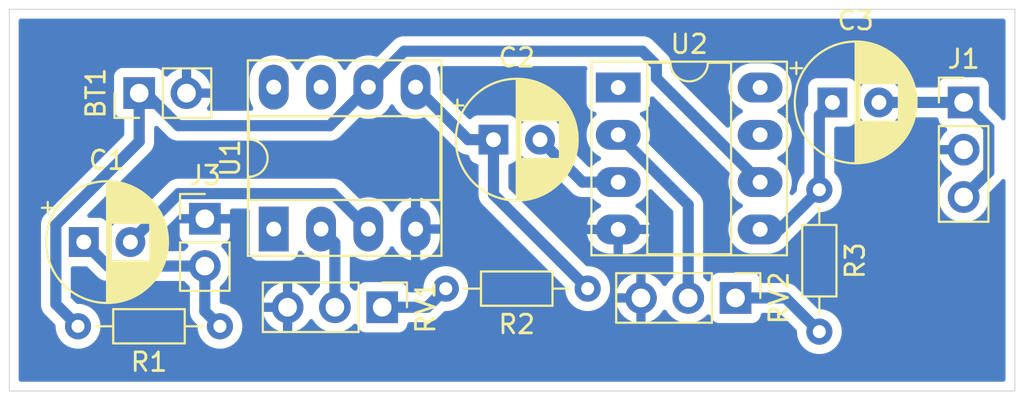
<source format=kicad_pcb>
(kicad_pcb
	(version 20240108)
	(generator "pcbnew")
	(generator_version "8.0")
	(general
		(thickness 1.6)
		(legacy_teardrops no)
	)
	(paper "A4")
	(layers
		(0 "F.Cu" signal)
		(31 "B.Cu" signal)
		(32 "B.Adhes" user "B.Adhesive")
		(33 "F.Adhes" user "F.Adhesive")
		(34 "B.Paste" user)
		(35 "F.Paste" user)
		(36 "B.SilkS" user "B.Silkscreen")
		(37 "F.SilkS" user "F.Silkscreen")
		(38 "B.Mask" user)
		(39 "F.Mask" user)
		(40 "Dwgs.User" user "User.Drawings")
		(41 "Cmts.User" user "User.Comments")
		(42 "Eco1.User" user "User.Eco1")
		(43 "Eco2.User" user "User.Eco2")
		(44 "Edge.Cuts" user)
		(45 "Margin" user)
		(46 "B.CrtYd" user "B.Courtyard")
		(47 "F.CrtYd" user "F.Courtyard")
		(48 "B.Fab" user)
		(49 "F.Fab" user)
		(50 "User.1" user)
		(51 "User.2" user)
		(52 "User.3" user)
		(53 "User.4" user)
		(54 "User.5" user)
		(55 "User.6" user)
		(56 "User.7" user)
		(57 "User.8" user)
		(58 "User.9" user)
	)
	(setup
		(stackup
			(layer "F.SilkS"
				(type "Top Silk Screen")
			)
			(layer "F.Paste"
				(type "Top Solder Paste")
			)
			(layer "F.Mask"
				(type "Top Solder Mask")
				(thickness 0.01)
			)
			(layer "F.Cu"
				(type "copper")
				(thickness 0.035)
			)
			(layer "dielectric 1"
				(type "core")
				(thickness 1.51)
				(material "FR4")
				(epsilon_r 4.5)
				(loss_tangent 0.02)
			)
			(layer "B.Cu"
				(type "copper")
				(thickness 0.035)
			)
			(layer "B.Mask"
				(type "Bottom Solder Mask")
				(thickness 0.01)
			)
			(layer "B.Paste"
				(type "Bottom Solder Paste")
			)
			(layer "B.SilkS"
				(type "Bottom Silk Screen")
			)
			(copper_finish "None")
			(dielectric_constraints no)
		)
		(pad_to_mask_clearance 0)
		(allow_soldermask_bridges_in_footprints no)
		(pcbplotparams
			(layerselection 0x00010fc_ffffffff)
			(plot_on_all_layers_selection 0x0000000_00000000)
			(disableapertmacros no)
			(usegerberextensions no)
			(usegerberattributes yes)
			(usegerberadvancedattributes yes)
			(creategerberjobfile yes)
			(dashed_line_dash_ratio 12.000000)
			(dashed_line_gap_ratio 3.000000)
			(svgprecision 4)
			(plotframeref no)
			(viasonmask no)
			(mode 1)
			(useauxorigin no)
			(hpglpennumber 1)
			(hpglpenspeed 20)
			(hpglpendiameter 15.000000)
			(pdf_front_fp_property_popups yes)
			(pdf_back_fp_property_popups yes)
			(dxfpolygonmode yes)
			(dxfimperialunits yes)
			(dxfusepcbnewfont yes)
			(psnegative no)
			(psa4output no)
			(plotreference yes)
			(plotvalue yes)
			(plotfptext yes)
			(plotinvisibletext no)
			(sketchpadsonfab no)
			(subtractmaskfromsilk no)
			(outputformat 1)
			(mirror no)
			(drillshape 1)
			(scaleselection 1)
			(outputdirectory "")
		)
	)
	(net 0 "")
	(net 1 "+9V")
	(net 2 "GND")
	(net 3 "Net-(U1-+)")
	(net 4 "Net-(C2-Pad1)")
	(net 5 "Net-(U2-+)")
	(net 6 "Net-(J1-Pin_1)")
	(net 7 "Net-(C3-Pad1)")
	(net 8 "Net-(R2-Pad2)")
	(net 9 "Net-(U1--)")
	(net 10 "Net-(R3-Pad2)")
	(net 11 "Net-(U2--)")
	(net 12 "unconnected-(U1-GAIN-Pad1)")
	(net 13 "unconnected-(U1-GAIN-Pad8)")
	(net 14 "unconnected-(U1-BYPASS-Pad7)")
	(net 15 "unconnected-(U2-GAIN-Pad8)")
	(net 16 "unconnected-(U2-GAIN-Pad1)")
	(net 17 "unconnected-(U2-BYPASS-Pad7)")
	(net 18 "Net-(J3-Pin_2)")
	(footprint "Capacitor_THT:CP_Radial_D6.3mm_P2.50mm" (layer "F.Cu") (at 52.5 67.5))
	(footprint "Connector_PinHeader_2.54mm:PinHeader_1x02_P2.54mm_Vertical" (layer "F.Cu") (at 33.475 65 90))
	(footprint "Connector_PinHeader_2.54mm:PinHeader_1x02_P2.54mm_Vertical" (layer "F.Cu") (at 37 71.7475))
	(footprint "Capacitor_THT:CP_Radial_D6.3mm_P2.50mm" (layer "F.Cu") (at 70.7 65.5))
	(footprint "Connector_PinHeader_2.54mm:PinHeader_1x03_P2.54mm_Vertical" (layer "F.Cu") (at 77.75 65.5))
	(footprint "Package_DIP:DIP-8_W7.62mm_Socket_LongPads" (layer "F.Cu") (at 59.2 64.7))
	(footprint "Capacitor_THT:CP_Radial_D6.3mm_P2.50mm" (layer "F.Cu") (at 30.5 73))
	(footprint "Resistor_THT:R_Axial_DIN0204_L3.6mm_D1.6mm_P7.62mm_Horizontal" (layer "F.Cu") (at 57.56 75.5 180))
	(footprint "Package_DIP:DIP-8_W7.62mm_Socket_LongPads" (layer "F.Cu") (at 40.7 72.3 90))
	(footprint "Resistor_THT:R_Axial_DIN0204_L3.6mm_D1.6mm_P7.62mm_Horizontal" (layer "F.Cu") (at 37.81 77.5225 180))
	(footprint "Resistor_THT:R_Axial_DIN0204_L3.6mm_D1.6mm_P7.62mm_Horizontal" (layer "F.Cu") (at 70 70.19 -90))
	(footprint "Connector_PinHeader_2.54mm:PinHeader_1x03_P2.54mm_Vertical" (layer "F.Cu") (at 46.525 76.5 -90))
	(footprint "Connector_PinHeader_2.54mm:PinHeader_1x03_P2.54mm_Vertical" (layer "F.Cu") (at 65.5 76 -90))
	(gr_line
		(start 26.5 81)
		(end 80.5 81)
		(stroke
			(width 0.05)
			(type default)
		)
		(layer "Edge.Cuts")
		(uuid "1711fcdb-570c-46d1-ac94-6dd0f3d52841")
	)
	(gr_line
		(start 26.5 60.5)
		(end 26.5 81)
		(stroke
			(width 0.05)
			(type default)
		)
		(layer "Edge.Cuts")
		(uuid "9b69bf43-40d4-4b6f-8df3-15c5fcf564d3")
	)
	(gr_line
		(start 80.5 60.5)
		(end 26.5 60.5)
		(stroke
			(width 0.05)
			(type default)
		)
		(layer "Edge.Cuts")
		(uuid "b0a831eb-45d6-4a35-85e2-4236734d0cc3")
	)
	(gr_line
		(start 80.5 81)
		(end 80.5 60.5)
		(stroke
			(width 0.05)
			(type default)
		)
		(layer "Edge.Cuts")
		(uuid "ca122a0c-aef7-4b0f-9f79-95fef04549a7")
	)
	(segment
		(start 33.83 65)
		(end 35.58 66.75)
		(width 0.6)
		(layer "B.Cu")
		(net 1)
		(uuid "25e1fc1a-1ca6-4263-8015-039ddcc222d4")
	)
	(segment
		(start 33.475 67.6)
		(end 33.475 65)
		(width 0.6)
		(layer "B.Cu")
		(net 1)
		(uuid "36adaad6-a675-40ca-a1ec-13ab66854b51")
	)
	(segment
		(start 33.475 65)
		(end 33.83 65)
		(width 0.6)
		(layer "B.Cu")
		(net 1)
		(uuid "6ad37945-f285-4e8c-9d1f-d7f8e3115afc")
	)
	(segment
		(start 60.5 62.75)
		(end 47.71 62.75)
		(width 0.6)
		(layer "B.Cu")
		(net 1)
		(uuid "861fdcc2-8afe-4957-b2b3-32b9d9b3ca04")
	)
	(segment
		(start 29 72.075)
		(end 33.475 67.6)
		(width 0.6)
		(layer "B.Cu")
		(net 1)
		(uuid "9b628fd3-45dd-4923-8eb1-c237049c1d0e")
	)
	(segment
		(start 43.71 66.75)
		(end 45.78 64.68)
		(width 0.6)
		(layer "B.Cu")
		(net 1)
		(uuid "aad6f778-f6f7-4d64-8264-9995200f3069")
	)
	(segment
		(start 29 76.3325)
		(end 29 72.075)
		(width 0.6)
		(layer "B.Cu")
		(net 1)
		(uuid "b6a14b81-4a50-4434-b4c4-f9594ba887a9")
	)
	(segment
		(start 66.82 69.78)
		(end 61.25 64.21)
		(width 0.6)
		(layer "B.Cu")
		(net 1)
		(uuid "c75f9d62-6a7f-48f9-93fd-8113445212f4")
	)
	(segment
		(start 61.25 63.5)
		(end 60.5 62.75)
		(width 0.6)
		(layer "B.Cu")
		(net 1)
		(uuid "d9fa9b8d-8656-4033-a7d4-c4e0ff7b5653")
	)
	(segment
		(start 47.71 62.75)
		(end 45.78 64.68)
		(width 0.6)
		(layer "B.Cu")
		(net 1)
		(uuid "e0282345-a379-46c6-b891-1941e8f61eb7")
	)
	(segment
		(start 30.19 77.5225)
		(end 29 76.3325)
		(width 0.6)
		(layer "B.Cu")
		(net 1)
		(uuid "e9ebb332-301f-4e25-b57d-2f66d04a6fe1")
	)
	(segment
		(start 61.25 64.21)
		(end 61.25 63.5)
		(width 0.6)
		(layer "B.Cu")
		(net 1)
		(uuid "f59f3b54-ec38-4fb4-861f-03f10918bab8")
	)
	(segment
		(start 35.58 66.75)
		(end 43.71 66.75)
		(width 0.6)
		(layer "B.Cu")
		(net 1)
		(uuid "fb7af497-8c73-41d0-ba3c-8f53cee28b62")
	)
	(segment
		(start 35.6025 70.3975)
		(end 33 73)
		(width 0.6)
		(layer "B.Cu")
		(net 3)
		(uuid "15ea8756-8648-493d-90cf-7f94f0d810ad")
	)
	(segment
		(start 43.8775 70.3975)
		(end 35.6025 70.3975)
		(width 0.6)
		(layer "B.Cu")
		(net 3)
		(uuid "4266f0f5-0139-48d5-888d-435a795ca3db")
	)
	(segment
		(start 45.78 72.3)
		(end 43.8775 70.3975)
		(width 0.6)
		(layer "B.Cu")
		(net 3)
		(uuid "fe3fb80a-4661-4e24-b56b-d1c145cb4ef7")
	)
	(segment
		(start 51.14 67.5)
		(end 48.32 64.68)
		(width 0.6)
		(layer "B.Cu")
		(net 4)
		(uuid "05623865-4622-4597-958e-c8c6a88fe5cb")
	)
	(segment
		(start 52.5 67.5)
		(end 52.5 70.44)
		(width 0.6)
		(layer "B.Cu")
		(net 4)
		(uuid "39367e33-fad1-4d23-8815-7b132af58011")
	)
	(segment
		(start 52.5 67.5)
		(end 51.14 67.5)
		(width 0.6)
		(layer "B.Cu")
		(net 4)
		(uuid "79c21971-d9a0-4104-ade5-399326bd8dc4")
	)
	(segment
		(start 52.5 70.44)
		(end 57.56 75.5)
		(width 0.6)
		(layer "B.Cu")
		(net 4)
		(uuid "b1d4d010-662a-4ce4-8f9e-57ce9a8733c4")
	)
	(segment
		(start 55 67.5)
		(end 57.28 69.78)
		(width 0.6)
		(layer "B.Cu")
		(net 5)
		(uuid "3592fa6a-1d13-4ee1-b0ff-37da3c764f7f")
	)
	(segment
		(start 57.28 69.78)
		(end 59.2 69.78)
		(width 0.6)
		(layer "B.Cu")
		(net 5)
		(uuid "58767f8d-74d4-4722-9075-812ca05a8b0a")
	)
	(segment
		(start 79.1 69.23)
		(end 77.75 70.58)
		(width 0.6)
		(layer "B.Cu")
		(net 6)
		(uuid "84f5cd43-5df4-4588-9828-65b6de8ddc67")
	)
	(segment
		(start 73.2 65.5)
		(end 77.75 65.5)
		(width 0.6)
		(layer "B.Cu")
		(net 6)
		(uuid "8910b8e1-6407-4c19-bc45-b89bb536bad9")
	)
	(segment
		(start 79.1 66.85)
		(end 79.1 69.23)
		(width 0.6)
		(layer "B.Cu")
		(net 6)
		(uuid "ec0d46a0-3c0e-4008-98aa-22873e1a2262")
	)
	(segment
		(start 77.75 65.5)
		(end 79.1 66.85)
		(width 0.6)
		(layer "B.Cu")
		(net 6)
		(uuid "fd81237f-f0fb-4362-a437-a41a3ebcd5dc")
	)
	(segment
		(start 67.87 72.32)
		(end 70 70.19)
		(width 0.6)
		(layer "B.Cu")
		(net 7)
		(uuid "4353021f-23e9-42f1-b604-e1360f875f4f")
	)
	(segment
		(start 66.82 72.32)
		(end 67.87 72.32)
		(width 0.6)
		(layer "B.Cu")
		(net 7)
		(uuid "500b2e58-96b1-44f8-80e5-4561aeaac379")
	)
	(segment
		(start 70 66.2)
		(end 70.7 65.5)
		(width 0.6)
		(layer "B.Cu")
		(net 7)
		(uuid "b49c6d69-e1e7-410c-84a9-0dbbc524d1b1")
	)
	(segment
		(start 70 70.19)
		(end 70 66.2)
		(width 0.6)
		(layer "B.Cu")
		(net 7)
		(uuid "cf384684-9610-430d-ab86-4ad6c3a1d1d9")
	)
	(segment
		(start 48.94 76.5)
		(end 49.94 75.5)
		(width 0.6)
		(layer "B.Cu")
		(net 8)
		(uuid "0d6ad3bb-d3d7-45ba-92dd-b931c21b97ff")
	)
	(segment
		(start 46.525 76.5)
		(end 48.94 76.5)
		(width 0.6)
		(layer "B.Cu")
		(net 8)
		(uuid "ab937d34-8dde-4bfa-8238-676e75f3cd65")
	)
	(segment
		(start 43.985 76.5)
		(end 43.985 73.045)
		(width 0.6)
		(layer "B.Cu")
		(net 9)
		(uuid "1e68b4a7-6671-4ef0-9ecc-3eac15deb94a")
	)
	(segment
		(start 43.985 73.045)
		(end 43.24 72.3)
		(width 0.6)
		(layer "B.Cu")
		(net 9)
		(uuid "84b5ab5c-3172-445a-9b79-5f4a4ff81ce4")
	)
	(segment
		(start 68.19 76)
		(end 70 77.81)
		(width 0.6)
		(layer "B.Cu")
		(net 10)
		(uuid "af4fd464-e664-4638-ba5f-48ec9a9c8b43")
	)
	(segment
		(start 65.5 76)
		(end 68.19 76)
		(width 0.6)
		(layer "B.Cu")
		(net 10)
		(uuid "d35c5f2e-6894-4840-b759-2164caf099d6")
	)
	(segment
		(start 62.96 76)
		(end 62.96 71)
		(width 0.6)
		(layer "B.Cu")
		(net 11)
		(uuid "1227ab80-9d43-451d-8494-97c90ee98186")
	)
	(segment
		(start 62.96 71)
		(end 59.2 67.24)
		(width 0.6)
		(layer "B.Cu")
		(net 11)
		(uuid "6f8f0967-0867-4397-9267-41a7577ed9f6")
	)
	(segment
		(start 37 76.7125)
		(end 37.81 77.5225)
		(width 0.6)
		(layer "B.Cu")
		(net 18)
		(uuid "34b40c2e-d36e-484e-9d2f-9557c7ab9bfa")
	)
	(segment
		(start 37 74.2875)
		(end 37 76.7125)
		(width 0.6)
		(layer "B.Cu")
		(net 18)
		(uuid "4b35c56f-776c-4a35-b69e-688896daa909")
	)
	(segment
		(start 30.5 73)
		(end 31.7875 74.2875)
		(width 0.6)
		(layer "B.Cu")
		(net 18)
		(uuid "5aeabcce-aa93-4a98-b29f-55de56f21e00")
	)
	(segment
		(start 31.7875 74.2875)
		(end 37 74.2875)
		(width 0.6)
		(layer "B.Cu")
		(net 18)
		(uuid "960df627-bad6-4502-9233-52434215a0ae")
	)
	(zone
		(net 2)
		(net_name "GND")
		(layer "B.Cu")
		(uuid "799a5e03-18c0-4870-9228-033e08e5f716")
		(hatch edge 0.5)
		(priority 1)
		(connect_pads
			(clearance 0.5)
		)
		(min_thickness 0.25)
		(filled_areas_thickness no)
		(fill yes
			(thermal_gap 0.5)
			(thermal_bridge_width 0.5)
			(island_removal_mode 1)
			(island_area_min 10)
		)
		(polygon
			(pts
				(xy 26 60) (xy 81 60) (xy 81 81.5) (xy 26 81.5)
			)
		)
		(filled_polygon
			(layer "B.Cu")
			(pts
				(xy 79.942539 61.020185) (xy 79.988294 61.072989) (xy 79.9995 61.1245) (xy 79.9995 66.34656) (xy 79.979815 66.413599)
				(xy 79.927011 66.459354) (xy 79.857853 66.469298) (xy 79.794297 66.440273) (xy 79.772398 66.415451)
				(xy 79.721789 66.339711) (xy 79.721786 66.339707) (xy 79.60597 66.223891) (xy 79.605947 66.22387)
				(xy 79.136818 65.754741) (xy 79.103333 65.693418) (xy 79.100499 65.66706) (xy 79.100499 64.602129)
				(xy 79.100498 64.602123) (xy 79.100259 64.599901) (xy 79.094091 64.542517) (xy 79.091849 64.536507)
				(xy 79.043797 64.407671) (xy 79.043793 64.407664) (xy 78.957547 64.292455) (xy 78.957544 64.292452)
				(xy 78.842335 64.206206) (xy 78.842328 64.206202) (xy 78.707482 64.155908) (xy 78.707483 64.155908)
				(xy 78.647883 64.149501) (xy 78.647881 64.1495) (xy 78.647873 64.1495) (xy 78.647864 64.1495) (xy 76.852129 64.1495)
				(xy 76.852123 64.149501) (xy 76.792516 64.155908) (xy 76.657671 64.206202) (xy 76.657664 64.206206)
				(xy 76.542455 64.292452) (xy 76.542452 64.292455) (xy 76.456206 64.407664) (xy 76.456202 64.407671)
				(xy 76.408148 64.536513) (xy 76.405909 64.542517) (xy 76.400937 64.588757) (xy 76.374201 64.653306)
				(xy 76.316809 64.693154) (xy 76.277649 64.6995) (xy 74.290049 64.6995) (xy 74.22301 64.679815) (xy 74.202368 64.663181)
				(xy 74.039141 64.499954) (xy 73.852734 64.369432) (xy 73.852732 64.369431) (xy 73.646497 64.273261)
				(xy 73.646488 64.273258) (xy 73.426697 64.214366) (xy 73.426693 64.214365) (xy 73.426692 64.214365)
				(xy 73.426691 64.214364) (xy 73.426686 64.214364) (xy 73.200002 64.194532) (xy 73.199998 64.194532)
				(xy 72.973313 64.214364) (xy 72.973302 64.214366) (xy 72.753511 64.273258) (xy 72.753502 64.273261)
				(xy 72.547267 64.369431) (xy 72.547265 64.369432) (xy 72.360862 64.499951) (xy 72.203726 64.657087)
				(xy 72.142403 64.690571) (xy 72.072711 64.685587) (xy 72.016778 64.643715) (xy 71.995369 64.597923)
				(xy 71.994091 64.592518) (xy 71.972293 64.534075) (xy 71.943796 64.457669) (xy 71.943795 64.457668)
				(xy 71.943793 64.457664) (xy 71.857547 64.342455) (xy 71.857544 64.342452) (xy 71.742335 64.256206)
				(xy 71.742328 64.256202) (xy 71.607482 64.205908) (xy 71.607483 64.205908) (xy 71.547883 64.199501)
				(xy 71.547881 64.1995) (xy 71.547873 64.1995) (xy 71.547864 64.1995) (xy 69.852129 64.1995) (xy 69.852123 64.199501)
				(xy 69.792516 64.205908) (xy 69.657671 64.256202) (xy 69.657664 64.256206) (xy 69.542455 64.342452)
				(xy 69.542452 64.342455) (xy 69.456206 64.457664) (xy 69.456202 64.457671) (xy 69.405908 64.592517)
				(xy 69.399501 64.652116) (xy 69.3995 64.652135) (xy 69.3995 65.620235) (xy 69.379815 65.687274)
				(xy 69.378602 65.689126) (xy 69.290609 65.820814) (xy 69.290602 65.820827) (xy 69.230264 65.966498)
				(xy 69.230261 65.96651) (xy 69.1995 66.121153) (xy 69.1995 69.240527) (xy 69.179815 69.307566) (xy 69.159039 69.332163)
				(xy 69.109025 69.377756) (xy 69.109021 69.377761) (xy 68.974943 69.555308) (xy 68.974938 69.555316)
				(xy 68.875775 69.754461) (xy 68.875769 69.754476) (xy 68.814885 69.968462) (xy 68.814884 69.968464)
				(xy 68.794357 70.189998) (xy 68.795225 70.19937) (xy 68.781806 70.267939) (xy 68.759434 70.298486)
				(xy 68.611605 70.446315) (xy 68.550282 70.4798) (xy 68.48059 70.474816) (xy 68.424657 70.432944)
				(xy 68.40024 70.36748) (xy 68.413441 70.302336) (xy 68.415403 70.298486) (xy 68.42522 70.279219)
				(xy 68.488477 70.084534) (xy 68.5205 69.882352) (xy 68.5205 69.677648) (xy 68.501124 69.555316)
				(xy 68.488477 69.475465) (xy 68.434338 69.308843) (xy 68.42522 69.280781) (xy 68.425218 69.280778)
				(xy 68.425218 69.280776) (xy 68.388197 69.208119) (xy 68.332287 69.09839) (xy 68.317549 69.078105)
				(xy 68.211971 68.932786) (xy 68.067213 68.788028) (xy 67.901614 68.667715) (xy 67.881652 68.657544)
				(xy 67.808917 68.620483) (xy 67.758123 68.572511) (xy 67.741328 68.50469) (xy 67.763865 68.438555)
				(xy 67.808917 68.399516) (xy 67.90161 68.352287) (xy 67.96122 68.308978) (xy 68.067213 68.231971)
				(xy 68.067215 68.231968) (xy 68.067219 68.231966) (xy 68.211966 68.087219) (xy 68.211968 68.087215)
				(xy 68.211971 68.087213) (xy 68.271767 68.004909) (xy 68.332287 67.92161) (xy 68.42522 67.739219)
				(xy 68.488477 67.544534) (xy 68.5205 67.342352) (xy 68.5205 67.137648) (xy 68.49449 66.973431) (xy 68.488477 66.935465)
				(xy 68.452772 66.825577) (xy 68.42522 66.740781) (xy 68.425218 66.740777) (xy 68.425218 66.740776)
				(xy 68.38281 66.657547) (xy 68.332287 66.55839) (xy 68.324556 66.547749) (xy 68.211971 66.392786)
				(xy 68.067213 66.248028) (xy 67.901614 66.127715) (xy 67.888735 66.121153) (xy 67.808917 66.080483)
				(xy 67.758123 66.032511) (xy 67.741328 65.96469) (xy 67.763865 65.898555) (xy 67.808917 65.859516)
				(xy 67.90161 65.812287) (xy 67.971356 65.761614) (xy 68.067213 65.691971) (xy 68.067215 65.691968)
				(xy 68.067219 65.691966) (xy 68.211966 65.547219) (xy 68.211968 65.547215) (xy 68.211971 65.547213)
				(xy 68.272801 65.463486) (xy 68.332287 65.38161) (xy 68.42522 65.199219) (xy 68.488477 65.004534)
				(xy 68.5205 64.802352) (xy 68.5205 64.597648) (xy 68.505026 64.499951) (xy 68.488477 64.395465)
				(xy 68.429634 64.214366) (xy 68.42522 64.200781) (xy 68.425218 64.200778) (xy 68.425218 64.200776)
				(xy 68.382751 64.117431) (xy 68.332287 64.01839) (xy 68.301101 63.975466) (xy 68.211971 63.852786)
				(xy 68.067213 63.708028) (xy 67.901613 63.587715) (xy 67.901612 63.587714) (xy 67.90161 63.587713)
				(xy 67.841584 63.557128) (xy 67.719223 63.494781) (xy 67.524534 63.431522) (xy 67.349995 63.403878)
				(xy 67.322352 63.3995) (xy 66.317648 63.3995) (xy 66.293329 63.403351) (xy 66.115465 63.431522)
				(xy 65.920776 63.494781) (xy 65.738386 63.587715) (xy 65.572786 63.708028) (xy 65.428028 63.852786)
				(xy 65.307715 64.018386) (xy 65.214781 64.200776) (xy 65.151522 64.395465) (xy 65.1195 64.597648)
				(xy 65.1195 64.802351) (xy 65.151522 65.004534) (xy 65.214781 65.199223) (xy 65.240654 65.25) (xy 65.304303 65.374918)
				(xy 65.307715 65.381613) (xy 65.428028 65.547213) (xy 65.572786 65.691971) (xy 65.727749 65.804556)
				(xy 65.73839 65.812287) (xy 65.827212 65.857544) (xy 65.83108 65.859515) (xy 65.881876 65.90749)
				(xy 65.898671 65.975311) (xy 65.876134 66.041446) (xy 65.83108 66.080485) (xy 65.738386 66.127715)
				(xy 65.572786 66.248028) (xy 65.428028 66.392786) (xy 65.307715 66.558386) (xy 65.214781 66.740777)
				(xy 65.203267 66.776215) (xy 65.163829 66.83389) (xy 65.09947 66.861088) (xy 65.030623 66.849173)
				(xy 64.997655 66.825577) (xy 62.086819 63.914741) (xy 62.053334 63.853418) (xy 62.0505 63.82706)
				(xy 62.0505 63.421155) (xy 62.050499 63.421153) (xy 62.046192 63.3995) (xy 62.019737 63.266503)
				(xy 61.978818 63.167715) (xy 61.959397 63.120827) (xy 61.95939 63.120814) (xy 61.87179 62.989712)
				(xy 61.861578 62.9795) (xy 61.760289 62.878211) (xy 61.010292 62.128213) (xy 61.010288 62.12821)
				(xy 60.879185 62.040609) (xy 60.879172 62.040602) (xy 60.733501 61.980264) (xy 60.733489 61.980261)
				(xy 60.578845 61.9495) (xy 60.578842 61.9495) (xy 47.788842 61.9495) (xy 47.631157 61.9495) (xy 47.631155 61.9495)
				(xy 47.476508 61.980261) (xy 47.476498 61.980264) (xy 47.330827 62.040602) (xy 47.330814 62.040609)
				(xy 47.199711 62.12821) (xy 47.199707 62.128213) (xy 46.313268 63.014652) (xy 46.251945 63.048137)
				(xy 46.18727 63.044902) (xy 46.084537 63.011523) (xy 45.932897 62.987505) (xy 45.882352 62.9795)
				(xy 45.677648 62.9795) (xy 45.653329 62.983351) (xy 45.475465 63.011522) (xy 45.280776 63.074781)
				(xy 45.098386 63.167715) (xy 44.932786 63.288028) (xy 44.788028 63.432786) (xy 44.667715 63.598386)
				(xy 44.620485 63.69108) (xy 44.57251 63.741876) (xy 44.504689 63.758671) (xy 44.438554 63.736134)
				(xy 44.399515 63.69108) (xy 44.378329 63.649501) (xy 44.352287 63.59839) (xy 44.317493 63.5505)
				(xy 44.231971 63.432786) (xy 44.087213 63.288028) (xy 43.921613 63.167715) (xy 43.921612 63.167714)
				(xy 43.92161 63.167713) (xy 43.864653 63.138691) (xy 43.739223 63.074781) (xy 43.544534 63.011522)
				(xy 43.369995 62.983878) (xy 43.342352 62.9795) (xy 43.137648 62.9795) (xy 43.113329 62.983351)
				(xy 42.935465 63.011522) (xy 42.740776 63.074781) (xy 42.558386 63.167715) (xy 42.392786 63.288028)
				(xy 42.248028 63.432786) (xy 42.127715 63.598386) (xy 42.080485 63.69108) (xy 42.03251 63.741876)
				(xy 41.964689 63.758671) (xy 41.898554 63.736134) (xy 41.859515 63.69108) (xy 41.838329 63.649501)
				(xy 41.812287 63.59839) (xy 41.777493 63.5505) (xy 41.691971 63.432786) (xy 41.547213 63.288028)
				(xy 41.381613 63.167715) (xy 41.381612 63.167714) (xy 41.38161 63.167713) (xy 41.324653 63.138691)
				(xy 41.199223 63.074781) (xy 41.004534 63.011522) (xy 40.829995 62.983878) (xy 40.802352 62.9795)
				(xy 40.597648 62.9795) (xy 40.573329 62.983351) (xy 40.395465 63.011522) (xy 40.200776 63.074781)
				(xy 40.018386 63.167715) (xy 39.852786 63.288028) (xy 39.708028 63.432786) (xy 39.587715 63.598386)
				(xy 39.494781 63.780776) (xy 39.431522 63.975465) (xy 39.3995 64.177648) (xy 39.3995 65.182351)
				(xy 39.431522 65.384534) (xy 39.494781 65.579223) (xy 39.589925 65.765951) (xy 39.588742 65.766553)
				(xy 39.605406 65.828157) (xy 39.584289 65.89476) (xy 39.530516 65.939372) (xy 39.481434 65.9495)
				(xy 37.2364 65.9495) (xy 37.169361 65.929815) (xy 37.123606 65.877011) (xy 37.113662 65.807853)
				(xy 37.134826 65.754376) (xy 37.188595 65.677585) (xy 37.188599 65.677579) (xy 37.288429 65.463492)
				(xy 37.288432 65.463486) (xy 37.345636 65.25) (xy 36.448012 65.25) (xy 36.480925 65.192993) (xy 36.515 65.065826)
				(xy 36.515 64.934174) (xy 36.480925 64.807007) (xy 36.448012 64.75) (xy 37.345636 64.75) (xy 37.345635 64.749999)
				(xy 37.288432 64.536513) (xy 37.288429 64.536507) (xy 37.1886 64.322422) (xy 37.188599 64.32242)
				(xy 37.053113 64.128926) (xy 37.053108 64.12892) (xy 36.886082 63.961894) (xy 36.692578 63.826399)
				(xy 36.478492 63.72657) (xy 36.478486 63.726567) (xy 36.265 63.669364) (xy 36.265 64.566988) (xy 36.207993 64.534075)
				(xy 36.080826 64.5) (xy 35.949174 64.5) (xy 35.822007 64.534075) (xy 35.765 64.566988) (xy 35.765 63.669364)
				(xy 35.764999 63.669364) (xy 35.551513 63.726567) (xy 35.551507 63.72657) (xy 35.337422 63.826399)
				(xy 35.33742 63.8264) (xy 35.143926 63.961886) (xy 35.021865 64.083947) (xy 34.960542 64.117431)
				(xy 34.89085 64.112447) (xy 34.834917 64.070575) (xy 34.818002 64.039598) (xy 34.768797 63.907671)
				(xy 34.768793 63.907664) (xy 34.682547 63.792455) (xy 34.682544 63.792452) (xy 34.567335 63.706206)
				(xy 34.567328 63.706202) (xy 34.432482 63.655908) (xy 34.432483 63.655908) (xy 34.372883 63.649501)
				(xy 34.372881 63.6495) (xy 34.372873 63.6495) (xy 34.372864 63.6495) (xy 32.577129 63.6495) (xy 32.577123 63.649501)
				(xy 32.517516 63.655908) (xy 32.382671 63.706202) (xy 32.382664 63.706206) (xy 32.267455 63.792452)
				(xy 32.267452 63.792455) (xy 32.181206 63.907664) (xy 32.181202 63.907671) (xy 32.130908 64.042517)
				(xy 32.124501 64.102116) (xy 32.1245 64.102135) (xy 32.1245 65.89787) (xy 32.124501 65.897876) (xy 32.130908 65.957483)
				(xy 32.181202 66.092328) (xy 32.181206 66.092335) (xy 32.267452 66.207544) (xy 32.267455 66.207547)
				(xy 32.382664 66.293793) (xy 32.382671 66.293797) (xy 32.517516 66.344091) (xy 32.563757 66.349063)
				(xy 32.628307 66.375801) (xy 32.668155 66.433194) (xy 32.6745 66.472352) (xy 32.6745 67.21706) (xy 32.654815 67.284099)
				(xy 32.638181 67.304741) (xy 28.489711 71.453211) (xy 28.455103 71.487819) (xy 28.378209 71.564712)
				(xy 28.290609 71.695814) (xy 28.290602 71.695827) (xy 28.230264 71.841498) (xy 28.230261 71.84151)
				(xy 28.1995 71.996153) (xy 28.1995 76.411346) (xy 28.230261 76.565989) (xy 28.230264 76.566001)
				(xy 28.290602 76.711672) (xy 28.290609 76.711685) (xy 28.37821 76.842788) (xy 28.378213 76.842792)
				(xy 28.949434 77.414012) (xy 28.982919 77.475335) (xy 28.985225 77.513127) (xy 28.984357 77.5225)
				(xy 29.004884 77.744035) (xy 29.004885 77.744037) (xy 29.065769 77.958023) (xy 29.065775 77.958038)
				(xy 29.164938 78.157183) (xy 29.164943 78.157191) (xy 29.29902 78.334738) (xy 29.463437 78.484623)
				(xy 29.463439 78.484625) (xy 29.652595 78.601745) (xy 29.652596 78.601745) (xy 29.652599 78.601747)
				(xy 29.86006 78.682118) (xy 30.078757 78.723) (xy 30.078759 78.723) (xy 30.301241 78.723) (xy 30.301243 78.723)
				(xy 30.51994 78.682118) (xy 30.727401 78.601747) (xy 30.916562 78.484624) (xy 31.080981 78.334736)
				(xy 31.215058 78.157189) (xy 31.314229 77.958028) (xy 31.375115 77.744036) (xy 31.395643 77.5225)
				(xy 31.394774 77.513127) (xy 31.375115 77.300964) (xy 31.375114 77.300962) (xy 31.374982 77.300499)
				(xy 31.314229 77.086972) (xy 31.290092 77.038498) (xy 31.215061 76.887816) (xy 31.215056 76.887808)
				(xy 31.080979 76.710261) (xy 30.916562 76.560376) (xy 30.91656 76.560374) (xy 30.727404 76.443254)
				(xy 30.727398 76.443252) (xy 30.703965 76.434174) (xy 30.51994 76.362882) (xy 30.301243 76.322)
				(xy 30.301241 76.322) (xy 30.17294 76.322) (xy 30.105901 76.302315) (xy 30.085259 76.285681) (xy 29.836819 76.037241)
				(xy 29.803334 75.975918) (xy 29.8005 75.94956) (xy 29.8005 74.424499) (xy 29.820185 74.35746) (xy 29.872989 74.311705)
				(xy 29.9245 74.300499) (xy 30.617059 74.300499) (xy 30.684098 74.320184) (xy 30.70474 74.336818)
				(xy 31.165711 74.797789) (xy 31.23323 74.865308) (xy 31.277212 74.90929) (xy 31.408314 74.99689)
				(xy 31.408327 74.996897) (xy 31.553998 75.057235) (xy 31.554003 75.057237) (xy 31.708653 75.087999)
				(xy 31.708656 75.088) (xy 31.708658 75.088) (xy 35.847309 75.088) (xy 35.914348 75.107685) (xy 35.948883 75.140875)
				(xy 35.954922 75.1495) (xy 35.961508 75.158905) (xy 36.128594 75.325991) (xy 36.128597 75.325993)
				(xy 36.128599 75.325995) (xy 36.146622 75.338615) (xy 36.190247 75.393189) (xy 36.1995 75.44019)
				(xy 36.1995 76.791346) (xy 36.230261 76.945989) (xy 36.230264 76.946001) (xy 36.290602 77.091672)
				(xy 36.290609 77.091685) (xy 36.37821 77.222788) (xy 36.378213 77.222792) (xy 36.569434 77.414012)
				(xy 36.602919 77.475335) (xy 36.605225 77.513127) (xy 36.604357 77.5225) (xy 36.624884 77.744035)
				(xy 36.624885 77.744037) (xy 36.685769 77.958023) (xy 36.685775 77.958038) (xy 36.784938 78.157183)
				(xy 36.784943 78.157191) (xy 36.91902 78.334738) (xy 37.083437 78.484623) (xy 37.083439 78.484625)
				(xy 37.272595 78.601745) (xy 37.272596 78.601745) (xy 37.272599 78.601747) (xy 37.48006 78.682118)
				(xy 37.698757 78.723) (xy 37.698759 78.723) (xy 37.921241 78.723) (xy 37.921243 78.723) (xy 38.13994 78.682118)
				(xy 38.347401 78.601747) (xy 38.536562 78.484624) (xy 38.700981 78.334736) (xy 38.835058 78.157189)
				(xy 38.934229 77.958028) (xy 38.995115 77.744036) (xy 39.015643 77.5225) (xy 39.014774 77.513127)
				(xy 38.995115 77.300964) (xy 38.995114 77.300962) (xy 38.994982 77.300499) (xy 38.934229 77.086972)
				(xy 38.910092 77.038498) (xy 38.835061 76.887816) (xy 38.835056 76.887808) (xy 38.700979 76.710261)
				(xy 38.536562 76.560376) (xy 38.53656 76.560374) (xy 38.347404 76.443254) (xy 38.347398 76.443252)
				(xy 38.323965 76.434174) (xy 38.13994 76.362882) (xy 37.989092 76.334683) (xy 37.921239 76.321999)
				(xy 37.915534 76.321471) (xy 37.915723 76.319422) (xy 37.857461 76.302315) (xy 37.811706 76.249511)
				(xy 37.8005 76.198) (xy 37.8005 75.44019) (xy 37.820185 75.373151) (xy 37.853375 75.338616) (xy 37.871401 75.325995)
				(xy 38.038495 75.158901) (xy 38.174035 74.96533) (xy 38.273903 74.751163) (xy 38.335063 74.522908)
				(xy 38.355659 74.2875) (xy 38.335063 74.052092) (xy 38.288626 73.878785) (xy 38.273905 73.823844)
				(xy 38.273904 73.823843) (xy 38.273903 73.823837) (xy 38.174035 73.609671) (xy 38.130304 73.547217)
				(xy 38.038496 73.4161) (xy 38.003745 73.381349) (xy 37.916179 73.293783) (xy 37.882696 73.232463)
				(xy 37.88768 73.162771) (xy 37.929551 73.106837) (xy 37.960529 73.089922) (xy 38.092086 73.040854)
				(xy 38.092093 73.04085) (xy 38.207187 72.95469) (xy 38.20719 72.954687) (xy 38.29335 72.839593)
				(xy 38.293354 72.839586) (xy 38.343596 72.704879) (xy 38.343598 72.704872) (xy 38.349999 72.645344)
				(xy 38.35 72.645327) (xy 38.35 71.9975) (xy 37.433012 71.9975) (xy 37.465925 71.940493) (xy 37.5 71.813326)
				(xy 37.5 71.681674) (xy 37.465925 71.554507) (xy 37.433012 71.4975) (xy 38.35 71.4975) (xy 38.35 71.322)
				(xy 38.369685 71.254961) (xy 38.422489 71.209206) (xy 38.474 71.198) (xy 39.2755 71.198) (xy 39.342539 71.217685)
				(xy 39.388294 71.270489) (xy 39.3995 71.322) (xy 39.3995 73.54787) (xy 39.399501 73.547876) (xy 39.405908 73.607483)
				(xy 39.456202 73.742328) (xy 39.456206 73.742335) (xy 39.542452 73.857544) (xy 39.542455 73.857547)
				(xy 39.657664 73.943793) (xy 39.657671 73.943797) (xy 39.792517 73.994091) (xy 39.792516 73.994091)
				(xy 39.799444 73.994835) (xy 39.852127 74.0005) (xy 41.547872 74.000499) (xy 41.607483 73.994091)
				(xy 41.742331 73.943796) (xy 41.857546 73.857546) (xy 41.943796 73.742331) (xy 41.994091 73.607483)
				(xy 41.998061 73.570556) (xy 42.024796 73.506011) (xy 42.082188 73.466161) (xy 42.152013 73.463666)
				(xy 42.212102 73.499317) (xy 42.221667 73.510929) (xy 42.248032 73.547217) (xy 42.392786 73.691971)
				(xy 42.547749 73.804556) (xy 42.55839 73.812287) (xy 42.647212 73.857544) (xy 42.740776 73.905218)
				(xy 42.740778 73.905218) (xy 42.740781 73.90522) (xy 42.845137 73.939127) (xy 42.935465 73.968477)
				(xy 42.986796 73.976607) (xy 43.079898 73.991353) (xy 43.143033 74.021282) (xy 43.179964 74.080594)
				(xy 43.1845 74.113826) (xy 43.1845 75.347309) (xy 43.164815 75.414348) (xy 43.131625 75.448883)
				(xy 43.113601 75.461503) (xy 43.113595 75.461508) (xy 42.946508 75.628594) (xy 42.816269 75.814595)
				(xy 42.761692 75.858219) (xy 42.692193 75.865412) (xy 42.629839 75.83389) (xy 42.613119 75.814594)
				(xy 42.483113 75.628926) (xy 42.483108 75.62892) (xy 42.316082 75.461894) (xy 42.122578 75.326399)
				(xy 41.908492 75.22657) (xy 41.908486 75.226567) (xy 41.695 75.169364) (xy 41.695 76.066988) (xy 41.637993 76.034075)
				(xy 41.510826 76) (xy 41.379174 76) (xy 41.252007 76.034075) (xy 41.195 76.066988) (xy 41.195 75.169364)
				(xy 41.194999 75.169364) (xy 40.981513 75.226567) (xy 40.981507 75.22657) (xy 40.767422 75.326399)
				(xy 40.76742 75.3264) (xy 40.573926 75.461886) (xy 40.57392 75.461891) (xy 40.406891 75.62892) (xy 40.406886 75.628926)
				(xy 40.2714 75.82242) (xy 40.271399 75.822422) (xy 40.17157 76.036507) (xy 40.171567 76.036513)
				(xy 40.114364 76.249999) (xy 40.114364 76.25) (xy 41.011988 76.25) (xy 40.979075 76.307007) (xy 40.945 76.434174)
				(xy 40.945 76.565826) (xy 40.979075 76.692993) (xy 41.011988 76.75) (xy 40.114364 76.75) (xy 40.171567 76.963486)
				(xy 40.17157 76.963492) (xy 40.271399 77.177578) (xy 40.406894 77.371082) (xy 40.573917 77.538105)
				(xy 40.767421 77.6736) (xy 40.981507 77.773429) (xy 40.981516 77.773433) (xy 41.195 77.830634) (xy 41.195 76.933012)
				(xy 41.252007 76.965925) (xy 41.379174 77) (xy 41.510826 77) (xy 41.637993 76.965925) (xy 41.695 76.933012)
				(xy 41.695 77.830633) (xy 41.908483 77.773433) (xy 41.908492 77.773429) (xy 42.122578 77.6736) (xy 42.316082 77.538105)
				(xy 42.483105 77.371082) (xy 42.613119 77.185405) (xy 42.667696 77.141781) (xy 42.737195 77.134588)
				(xy 42.799549 77.16611) (xy 42.816269 77.185405) (xy 42.946505 77.371401) (xy 43.113599 77.538495)
				(xy 43.210384 77.606265) (xy 43.307165 77.674032) (xy 43.307167 77.674033) (xy 43.30717 77.674035)
				(xy 43.521337 77.773903) (xy 43.749592 77.835063) (xy 43.926034 77.8505) (xy 43.984999 77.855659)
				(xy 43.985 77.855659) (xy 43.985001 77.855659) (xy 44.043966 77.8505) (xy 44.220408 77.835063) (xy 44.448663 77.773903)
				(xy 44.66283 77.674035) (xy 44.856401 77.538495) (xy 44.978329 77.416566) (xy 45.039648 77.383084)
				(xy 45.10934 77.388068) (xy 45.165274 77.429939) (xy 45.182189 77.460917) (xy 45.231202 77.592328)
				(xy 45.231206 77.592335) (xy 45.317452 77.707544) (xy 45.317455 77.707547) (xy 45.432664 77.793793)
				(xy 45.432671 77.793797) (xy 45.567517 77.844091) (xy 45.567516 77.844091) (xy 45.574444 77.844835)
				(xy 45.627127 77.8505) (xy 47.422872 77.850499) (xy 47.482483 77.844091) (xy 47.617331 77.793796)
				(xy 47.732546 77.707546) (xy 47.818796 77.592331) (xy 47.869091 77.457483) (xy 47.874062 77.411242)
				(xy 47.900799 77.346694) (xy 47.958191 77.306846) (xy 47.997351 77.3005) (xy 49.018844 77.3005)
				(xy 49.018845 77.300499) (xy 49.173497 77.269737) (xy 49.319179 77.209394) (xy 49.450289 77.121789)
				(xy 49.835259 76.736819) (xy 49.896582 76.703334) (xy 49.92294 76.7005) (xy 50.051241 76.7005) (xy 50.051243 76.7005)
				(xy 50.26994 76.659618) (xy 50.477401 76.579247) (xy 50.666562 76.462124) (xy 50.806282 76.334751)
				(xy 50.830979 76.312238) (xy 50.83493 76.307007) (xy 50.965058 76.134689) (xy 51.064229 75.935528)
				(xy 51.125115 75.721536) (xy 51.145643 75.5) (xy 51.144774 75.490627) (xy 51.125115 75.278464) (xy 51.125114 75.278462)
				(xy 51.1114 75.230263) (xy 51.064229 75.064472) (xy 51.060627 75.057238) (xy 50.965061 74.865316)
				(xy 50.965056 74.865308) (xy 50.830979 74.687761) (xy 50.666562 74.537876) (xy 50.66656 74.537874)
				(xy 50.477404 74.420754) (xy 50.477398 74.420752) (xy 50.26994 74.340382) (xy 50.051243 74.2995)
				(xy 49.828757 74.2995) (xy 49.61006 74.340382) (xy 49.565977 74.35746) (xy 49.402601 74.420752)
				(xy 49.402595 74.420754) (xy 49.213439 74.537874) (xy 49.213437 74.537876) (xy 49.04902 74.687761)
				(xy 48.914943 74.865308) (xy 48.914938 74.865316) (xy 48.815775 75.064461) (xy 48.815769 75.064476)
				(xy 48.754885 75.278462) (xy 48.754884 75.278464) (xy 48.734357 75.499997) (xy 48.735225 75.509368)
				(xy 48.721807 75.577937) (xy 48.699436 75.608484) (xy 48.644742 75.66318) (xy 48.583419 75.696666)
				(xy 48.557059 75.6995) (xy 47.997351 75.6995) (xy 47.930312 75.679815) (xy 47.884557 75.627011)
				(xy 47.874061 75.588752) (xy 47.872898 75.577937) (xy 47.869091 75.542517) (xy 47.86781 75.539083)
				(xy 47.818797 75.407671) (xy 47.818793 75.407664) (xy 47.732547 75.292455) (xy 47.732544 75.292452)
				(xy 47.617335 75.206206) (xy 47.617328 75.206202) (xy 47.482482 75.155908) (xy 47.482483 75.155908)
				(xy 47.422883 75.149501) (xy 47.422881 75.1495) (xy 47.422873 75.1495) (xy 47.422864 75.1495) (xy 45.627129 75.1495)
				(xy 45.627123 75.149501) (xy 45.567516 75.155908) (xy 45.432671 75.206202) (xy 45.432664 75.206206)
				(xy 45.317455 75.292452) (xy 45.317452 75.292455) (xy 45.231206 75.407664) (xy 45.231203 75.407669)
				(xy 45.182189 75.539083) (xy 45.140317 75.595016) (xy 45.074853 75.619433) (xy 45.00658 75.604581)
				(xy 44.978326 75.58343) (xy 44.856404 75.461508) (xy 44.856401 75.461505) (xy 44.838374 75.448882)
				(xy 44.794751 75.394306) (xy 44.7855 75.347309) (xy 44.7855 73.828324) (xy 44.805185 73.761285)
				(xy 44.857989 73.71553) (xy 44.927147 73.705586) (xy 44.982385 73.728006) (xy 45.028191 73.761285)
				(xy 45.09839 73.812287) (xy 45.187212 73.857544) (xy 45.280776 73.905218) (xy 45.280778 73.905218)
				(xy 45.280781 73.90522) (xy 45.385137 73.939127) (xy 45.475465 73.968477) (xy 45.576557 73.984488)
				(xy 45.677648 74.0005) (xy 45.677649 74.0005) (xy 45.882351 74.0005) (xy 45.882352 74.0005) (xy 46.084534 73.968477)
				(xy 46.279219 73.90522) (xy 46.46161 73.812287) (xy 46.608473 73.705586) (xy 46.627213 73.691971)
				(xy 46.627215 73.691968) (xy 46.627219 73.691966) (xy 46.771966 73.547219) (xy 46.771968 73.547215)
				(xy 46.771971 73.547213) (xy 46.892284 73.381614) (xy 46.892283 73.381614) (xy 46.892287 73.38161)
				(xy 46.939795 73.288369) (xy 46.98777 73.237574) (xy 47.055591 73.220779) (xy 47.121725 73.243316)
				(xy 47.160765 73.28837) (xy 47.20814 73.381349) (xy 47.328417 73.546894) (xy 47.328417 73.546895)
				(xy 47.473104 73.691582) (xy 47.63865 73.811859) (xy 47.820968 73.904754) (xy 48.015578 73.967988)
				(xy 48.07 73.976607) (xy 48.07 72.615686) (xy 48.074394 72.62008) (xy 48.165606 72.672741) (xy 48.267339 72.7)
				(xy 48.372661 72.7) (xy 48.474394 72.672741) (xy 48.565606 72.62008) (xy 48.57 72.615686) (xy 48.57 73.976606)
				(xy 48.624421 73.967988) (xy 48.819031 73.904754) (xy 49.001349 73.811859) (xy 49.166894 73.691582)
				(xy 49.166895 73.691582) (xy 49.311582 73.546895) (xy 49.311582 73.546894) (xy 49.431859 73.381349)
				(xy 49.524755 73.199031) (xy 49.58799 73.004417) (xy 49.62 72.802317) (xy 49.62 72.55) (xy 48.635686 72.55)
				(xy 48.64008 72.545606) (xy 48.692741 72.454394) (xy 48.72 72.352661) (xy 48.72 72.247339) (xy 48.692741 72.145606)
				(xy 48.64008 72.054394) (xy 48.635686 72.05) (xy 49.62 72.05) (xy 49.62 71.797682) (xy 49.58799 71.595582)
				(xy 49.524755 71.400968) (xy 49.431859 71.21865) (xy 49.311582 71.053105) (xy 49.311582 71.053104)
				(xy 49.166895 70.908417) (xy 49.001349 70.78814) (xy 48.819029 70.695244) (xy 48.624413 70.632009)
				(xy 48.57 70.62339) (xy 48.57 71.984314) (xy 48.565606 71.97992) (xy 48.474394 71.927259) (xy 48.372661 71.9)
				(xy 48.267339 71.9) (xy 48.165606 71.927259) (xy 48.074394 71.97992) (xy 48.07 71.984314) (xy 48.07 70.62339)
				(xy 48.015586 70.632009) (xy 47.82097 70.695244) (xy 47.63865 70.78814) (xy 47.473105 70.908417)
				(xy 47.473104 70.908417) (xy 47.328417 71.053104) (xy 47.328417 71.053105) (xy 47.20814 71.21865)
				(xy 47.160765 71.311629) (xy 47.11279 71.362425) (xy 47.044969 71.37922) (xy 46.978834 71.356682)
				(xy 46.939795 71.311629) (xy 46.918199 71.269245) (xy 46.892287 71.21839) (xy 46.877473 71.198)
				(xy 46.771971 71.052786) (xy 46.627213 70.908028) (xy 46.461613 70.787715) (xy 46.461612 70.787714)
				(xy 46.46161 70.787713) (xy 46.404653 70.758691) (xy 46.279223 70.694781) (xy 46.084534 70.631522)
				(xy 45.909995 70.603878) (xy 45.882352 70.5995) (xy 45.677648 70.5995) (xy 45.610254 70.610174)
				(xy 45.475464 70.631523) (xy 45.475457 70.631524) (xy 45.372728 70.664903) (xy 45.302887 70.666898)
				(xy 45.24673 70.634653) (xy 44.387792 69.775713) (xy 44.387788 69.77571) (xy 44.256685 69.688109)
				(xy 44.256672 69.688102) (xy 44.111001 69.627764) (xy 44.110989 69.627761) (xy 43.956345 69.597)
				(xy 43.956342 69.597) (xy 35.681343 69.597) (xy 35.523658 69.597) (xy 35.523655 69.597) (xy 35.36901 69.627761)
				(xy 35.368998 69.627764) (xy 35.223327 69.688102) (xy 35.223314 69.688109) (xy 35.092211 69.77571)
				(xy 35.092207 69.775713) (xy 33.200326 71.667594) (xy 33.139003 71.701079) (xy 33.101838 71.703441)
				(xy 33.000002 71.694532) (xy 32.999998 71.694532) (xy 32.773313 71.714364) (xy 32.773302 71.714366)
				(xy 32.553511 71.773258) (xy 32.553502 71.773261) (xy 32.347267 71.869431) (xy 32.347265 71.869432)
				(xy 32.160862 71.999951) (xy 32.003726 72.157087) (xy 31.942403 72.190571) (xy 31.872711 72.185587)
				(xy 31.816778 72.143715) (xy 31.795369 72.097923) (xy 31.794091 72.092518) (xy 31.787331 72.074394)
				(xy 31.758652 71.9975) (xy 31.743797 71.957671) (xy 31.743793 71.957664) (xy 31.657547 71.842455)
				(xy 31.657544 71.842452) (xy 31.542335 71.756206) (xy 31.542328 71.756202) (xy 31.407482 71.705908)
				(xy 31.407483 71.705908) (xy 31.347883 71.699501) (xy 31.347881 71.6995) (xy 31.347873 71.6995)
				(xy 31.347865 71.6995) (xy 30.806939 71.6995) (xy 30.7399 71.679815) (xy 30.694145 71.627011) (xy 30.684201 71.557853)
				(xy 30.713226 71.494297) (xy 30.719258 71.487819) (xy 32.304907 69.902171) (xy 34.096789 68.110289)
				(xy 34.184394 67.979179) (xy 34.244738 67.833497) (xy 34.2755 67.678842) (xy 34.2755 67.521157)
				(xy 34.2755 66.87694) (xy 34.295185 66.809901) (xy 34.347989 66.764146) (xy 34.417147 66.754202)
				(xy 34.480703 66.783227) (xy 34.487181 66.789259) (xy 35.069707 67.371786) (xy 35.069711 67.371789)
				(xy 35.200814 67.45939) (xy 35.200818 67.459392) (xy 35.200821 67.459394) (xy 35.346503 67.519738)
				(xy 35.501153 67.550499) (xy 35.501157 67.5505) (xy 35.501158 67.5505) (xy 43.788844 67.5505) (xy 43.788845 67.550499)
				(xy 43.943497 67.519737) (xy 44.089179 67.459394) (xy 44.220289 67.371789) (xy 45.246732 66.345344)
				(xy 45.308053 66.311861) (xy 45.372729 66.315096) (xy 45.439586 66.336819) (xy 45.475466 66.348477)
				(xy 45.677648 66.3805) (xy 45.677649 66.3805) (xy 45.882351 66.3805) (xy 45.882352 66.3805) (xy 46.084534 66.348477)
				(xy 46.279219 66.28522) (xy 46.46161 66.192287) (xy 46.55459 66.124732) (xy 46.627213 66.071971)
				(xy 46.627215 66.071968) (xy 46.627219 66.071966) (xy 46.771966 65.927219) (xy 46.771968 65.927215)
				(xy 46.771971 65.927213) (xy 46.892284 65.761614) (xy 46.892283 65.761614) (xy 46.892287 65.76161)
				(xy 46.939516 65.668917) (xy 46.987489 65.618123) (xy 47.05531 65.601328) (xy 47.121445 65.623865)
				(xy 47.160483 65.668917) (xy 47.185708 65.718422) (xy 47.207715 65.761614) (xy 47.328028 65.927213)
				(xy 47.472786 66.071971) (xy 47.602675 66.166339) (xy 47.63839 66.192287) (xy 47.754607 66.251503)
				(xy 47.820776 66.285218) (xy 47.820778 66.285218) (xy 47.820781 66.28522) (xy 47.893901 66.308978)
				(xy 48.015465 66.348477) (xy 48.077131 66.358244) (xy 48.217648 66.3805) (xy 48.217649 66.3805)
				(xy 48.422351 66.3805) (xy 48.422352 66.3805) (xy 48.624534 66.348477) (xy 48.72727 66.315095) (xy 48.79711 66.313101)
				(xy 48.853268 66.345346) (xy 50.518211 68.010289) (xy 50.595135 68.087213) (xy 50.629712 68.12179)
				(xy 50.760814 68.20939) (xy 50.760827 68.209397) (xy 50.906498 68.269735) (xy 50.906503 68.269737)
				(xy 50.906507 68.269737) (xy 50.906508 68.269738) (xy 51.061154 68.3005) (xy 51.061157 68.3005)
				(xy 51.061158 68.3005) (xy 51.083023 68.3005) (xy 51.150062 68.320185) (xy 51.195817 68.372989)
				(xy 51.203266 68.400134) (xy 51.204124 68.399932) (xy 51.205907 68.407479) (xy 51.256202 68.542328)
				(xy 51.256206 68.542335) (xy 51.342452 68.657544) (xy 51.342455 68.657547) (xy 51.457664 68.743793)
				(xy 51.457671 68.743797) (xy 51.592517 68.794091) (xy 51.600062 68.795874) (xy 51.599523 68.798151)
				(xy 51.653287 68.820408) (xy 51.693147 68.877793) (xy 51.6995 68.916975) (xy 51.6995 70.518846)
				(xy 51.730261 70.673489) (xy 51.730264 70.673501) (xy 51.790602 70.819172) (xy 51.790609 70.819185)
				(xy 51.87821 70.950288) (xy 51.878213 70.950292) (xy 56.319434 75.391512) (xy 56.352919 75.452835)
				(xy 56.355225 75.490627) (xy 56.354357 75.5) (xy 56.374884 75.721535) (xy 56.374885 75.721537) (xy 56.435769 75.935523)
				(xy 56.435775 75.935538) (xy 56.534938 76.134683) (xy 56.534943 76.134691) (xy 56.66902 76.312238)
				(xy 56.833437 76.462123) (xy 56.833439 76.462125) (xy 57.022595 76.579245) (xy 57.022596 76.579245)
				(xy 57.022599 76.579247) (xy 57.23006 76.659618) (xy 57.448757 76.7005) (xy 57.448759 76.7005) (xy 57.671241 76.7005)
				(xy 57.671243 76.7005) (xy 57.88994 76.659618) (xy 58.097401 76.579247) (xy 58.286562 76.462124)
				(xy 58.426282 76.334751) (xy 58.450979 76.312238) (xy 58.45493 76.307007) (xy 58.585058 76.134689)
				(xy 58.684229 75.935528) (xy 58.745115 75.721536) (xy 58.765643 75.5) (xy 58.764774 75.490627) (xy 58.745115 75.278464)
				(xy 58.745114 75.278462) (xy 58.7314 75.230263) (xy 58.684229 75.064472) (xy 58.680627 75.057238)
				(xy 58.585061 74.865316) (xy 58.585056 74.865308) (xy 58.450979 74.687761) (xy 58.286562 74.537876)
				(xy 58.28656 74.537874) (xy 58.097404 74.420754) (xy 58.097398 74.420752) (xy 57.88994 74.340382)
				(xy 57.671243 74.2995) (xy 57.671241 74.2995) (xy 57.54294 74.2995) (xy 57.475901 74.279815) (xy 57.455259 74.263181)
				(xy 53.336819 70.144741) (xy 53.303334 70.083418) (xy 53.3005 70.05706) (xy 53.3005 68.916976) (xy 53.320185 68.849937)
				(xy 53.372989 68.804182) (xy 53.400135 68.796736) (xy 53.399932 68.795876) (xy 53.407479 68.794092)
				(xy 53.407481 68.794091) (xy 53.407483 68.794091) (xy 53.542331 68.743796) (xy 53.657546 68.657546)
				(xy 53.743796 68.542331) (xy 53.794091 68.407483) (xy 53.794092 68.407472) (xy 53.795365 68.402088)
				(xy 53.829933 68.341369) (xy 53.891841 68.308978) (xy 53.961433 68.315199) (xy 54.003725 68.342912)
				(xy 54.160858 68.500045) (xy 54.18266 68.515311) (xy 54.347266 68.630568) (xy 54.553504 68.726739)
				(xy 54.773308 68.785635) (xy 54.93523 68.799801) (xy 54.999998 68.805468) (xy 54.999999 68.805468)
				(xy 54.999999 68.805467) (xy 55 68.805468) (xy 55.101839 68.796557) (xy 55.170336 68.810323) (xy 55.200326 68.832404)
				(xy 56.658211 70.290289) (xy 56.72908 70.361158) (xy 56.769712 70.40179) (xy 56.900814 70.48939)
				(xy 56.900827 70.489397) (xy 57.046498 70.549735) (xy 57.046503 70.549737) (xy 57.198639 70.579999)
				(xy 57.201153 70.580499) (xy 57.201156 70.5805) (xy 57.201158 70.5805) (xy 57.710967 70.5805) (xy 57.778006 70.600185)
				(xy 57.805252 70.623962) (xy 57.808035 70.62722) (xy 57.952786 70.771971) (xy 58.107749 70.884556)
				(xy 58.11839 70.892287) (xy 58.190424 70.92899) (xy 58.211629 70.939795) (xy 58.262425 70.98777)
				(xy 58.27922 71.055591) (xy 58.256682 71.121726) (xy 58.211629 71.160765) (xy 58.11865 71.20814)
				(xy 57.953105 71.328417) (xy 57.953104 71.328417) (xy 57.808417 71.473104) (xy 57.808417 71.473105)
				(xy 57.68814 71.63865) (xy 57.595244 71.82097) (xy 57.532009 72.015586) (xy 57.523391 72.07) (xy 58.884314 72.07)
				(xy 58.87992 72.074394) (xy 58.827259 72.165606) (xy 58.8 72.267339) (xy 58.8 72.372661) (xy 58.827259 72.474394)
				(xy 58.87992 72.565606) (xy 58.884314 72.57) (xy 57.523391 72.57) (xy 57.532009 72.624413) (xy 57.595244 72.819029)
				(xy 57.68814 73.001349) (xy 57.808417 73.166894) (xy 57.808417 73.166895) (xy 57.953104 73.311582)
				(xy 58.11865 73.431859) (xy 58.300968 73.524755) (xy 58.495582 73.58799) (xy 58.697683 73.62) (xy 58.95 73.62)
				(xy 58.95 72.635686) (xy 58.954394 72.64008) (xy 59.045606 72.692741) (xy 59.147339 72.72) (xy 59.252661 72.72)
				(xy 59.354394 72.692741) (xy 59.445606 72.64008) (xy 59.45 72.635686) (xy 59.45 73.62) (xy 59.702317 73.62)
				(xy 59.904417 73.58799) (xy 60.099031 73.524755) (xy 60.281349 73.431859) (xy 60.446894 73.311582)
				(xy 60.446895 73.311582) (xy 60.591582 73.166895) (xy 60.591582 73.166894) (xy 60.711859 73.001349)
				(xy 60.804755 72.819029) (xy 60.86799 72.624413) (xy 60.876609 72.57) (xy 59.515686 72.57) (xy 59.52008 72.565606)
				(xy 59.572741 72.474394) (xy 59.6 72.372661) (xy 59.6 72.267339) (xy 59.572741 72.165606) (xy 59.52008 72.074394)
				(xy 59.515686 72.07) (xy 60.876609 72.07) (xy 60.86799 72.015586) (xy 60.804755 71.82097) (xy 60.711859 71.63865)
				(xy 60.591582 71.473105) (xy 60.591582 71.473104) (xy 60.446895 71.328417) (xy 60.281349 71.20814)
				(xy 60.18837 71.160765) (xy 60.137574 71.11279) (xy 60.120779 71.044969) (xy 60.143316 70.978835)
				(xy 60.18837 70.939795) (xy 60.18892 70.939515) (xy 60.28161 70.892287) (xy 60.374649 70.824691)
				(xy 60.447213 70.771971) (xy 60.447215 70.771968) (xy 60.447219 70.771966) (xy 60.591966 70.627219)
				(xy 60.591968 70.627215) (xy 60.591971 70.627213) (xy 60.648259 70.549738) (xy 60.712287 70.46161)
				(xy 60.80522 70.279219) (xy 60.816733 70.243782) (xy 60.856168 70.186111) (xy 60.920526 70.158912)
				(xy 60.989372 70.170825) (xy 61.022344 70.194422) (xy 62.123181 71.295259) (xy 62.156666 71.356582)
				(xy 62.1595 71.38294) (xy 62.1595 74.847309) (xy 62.139815 74.914348) (xy 62.106625 74.948883) (xy 62.088601 74.961503)
				(xy 62.088595 74.961508) (xy 61.921508 75.128594) (xy 61.791269 75.314595) (xy 61.736692 75.358219)
				(xy 61.667193 75.365412) (xy 61.604839 75.33389) (xy 61.588119 75.314594) (xy 61.458113 75.128926)
				(xy 61.458108 75.12892) (xy 61.291082 74.961894) (xy 61.097578 74.826399) (xy 60.883492 74.72657)
				(xy 60.883486 74.726567) (xy 60.67 74.669364) (xy 60.67 75.566988) (xy 60.612993 75.534075) (xy 60.485826 75.5)
				(xy 60.354174 75.5) (xy 60.227007 75.534075) (xy 60.17 75.566988) (xy 60.17 74.669364) (xy 60.169999 74.669364)
				(xy 59.956513 74.726567) (xy 59.956507 74.72657) (xy 59.742422 74.826399) (xy 59.74242 74.8264)
				(xy 59.548926 74.961886) (xy 59.54892 74.961891) (xy 59.381891 75.12892) (xy 59.381886 75.128926)
				(xy 59.2464 75.32242) (xy 59.246399 75.322422) (xy 59.14657 75.536507) (xy 59.146567 75.536513)
				(xy 59.089364 75.749999) (xy 59.089364 75.75) (xy 59.986988 75.75) (xy 59.954075 75.807007) (xy 59.92 75.934174)
				(xy 59.92 76.065826) (xy 59.954075 76.192993) (xy 59.986988 76.25) (xy 59.089364 76.25) (xy 59.146567 76.463486)
				(xy 59.14657 76.463492) (xy 59.246399 76.677578) (xy 59.381894 76.871082) (xy 59.548917 77.038105)
				(xy 59.742421 77.1736) (xy 59.956507 77.273429) (xy 59.956516 77.273433) (xy 60.17 77.330634) (xy 60.17 76.433012)
				(xy 60.227007 76.465925) (xy 60.354174 76.5) (xy 60.485826 76.5) (xy 60.612993 76.465925) (xy 60.67 76.433012)
				(xy 60.67 77.330633) (xy 60.883483 77.273433) (xy 60.883492 77.273429) (xy 61.097578 77.1736) (xy 61.291082 77.038105)
				(xy 61.458105 76.871082) (xy 61.588119 76.685405) (xy 61.642696 76.641781) (xy 61.712195 76.634588)
				(xy 61.774549 76.66611) (xy 61.791269 76.685405) (xy 61.921505 76.871401) (xy 62.088599 77.038495)
				(xy 62.185384 77.106265) (xy 62.282165 77.174032) (xy 62.282167 77.174033) (xy 62.28217 77.174035)
				(xy 62.496337 77.273903) (xy 62.724592 77.335063) (xy 62.901034 77.3505) (xy 62.959999 77.355659)
				(xy 62.96 77.355659) (xy 62.960001 77.355659) (xy 63.018966 77.3505) (xy 63.195408 77.335063) (xy 63.423663 77.273903)
				(xy 63.63783 77.174035) (xy 63.831401 77.038495) (xy 63.953329 76.916566) (xy 64.014648 76.883084)
				(xy 64.08434 76.888068) (xy 64.140274 76.929939) (xy 64.157189 76.960917) (xy 64.206202 77.092328)
				(xy 64.206206 77.092335) (xy 64.292452 77.207544) (xy 64.292455 77.207547) (xy 64.407664 77.293793)
				(xy 64.407671 77.293797) (xy 64.542517 77.344091) (xy 64.542516 77.344091) (xy 64.549444 77.344835)
				(xy 64.602127 77.3505) (xy 66.397872 77.350499) (xy 66.457483 77.344091) (xy 66.592331 77.293796)
				(xy 66.707546 77.207546) (xy 66.793796 77.092331) (xy 66.844091 76.957483) (xy 66.849062 76.911242)
				(xy 66.875799 76.846694) (xy 66.933191 76.806846) (xy 66.972351 76.8005) (xy 67.80706 76.8005) (xy 67.874099 76.820185)
				(xy 67.894741 76.836819) (xy 68.759434 77.701512) (xy 68.792919 77.762835) (xy 68.795225 77.800627)
				(xy 68.794357 77.81) (xy 68.814884 78.031535) (xy 68.814885 78.031537) (xy 68.875769 78.245523)
				(xy 68.875775 78.245538) (xy 68.974938 78.444683) (xy 68.974943 78.444691) (xy 69.10902 78.622238)
				(xy 69.273437 78.772123) (xy 69.273439 78.772125) (xy 69.462595 78.889245) (xy 69.462596 78.889245)
				(xy 69.462599 78.889247) (xy 69.67006 78.969618) (xy 69.888757 79.0105) (xy 69.888759 79.0105) (xy 70.111241 79.0105)
				(xy 70.111243 79.0105) (xy 70.32994 78.969618) (xy 70.537401 78.889247) (xy 70.726562 78.772124)
				(xy 70.890981 78.622236) (xy 71.025058 78.444689) (xy 71.124229 78.245528) (xy 71.185115 78.031536)
				(xy 71.205643 77.81) (xy 71.204774 77.800627) (xy 71.185115 77.588464) (xy 71.185114 77.588462)
				(xy 71.170897 77.538495) (xy 71.124229 77.374472) (xy 71.124224 77.374461) (xy 71.025061 77.175316)
				(xy 71.025056 77.175308) (xy 70.890979 76.997761) (xy 70.726562 76.847876) (xy 70.72656 76.847874)
				(xy 70.537404 76.730754) (xy 70.537398 76.730752) (xy 70.32994 76.650382) (xy 70.111243 76.6095)
				(xy 70.111241 76.6095) (xy 69.98294 76.6095) (xy 69.915901 76.589815) (xy 69.895259 76.573181) (xy 68.700292 75.378213)
				(xy 68.700288 75.37821) (xy 68.569185 75.290609) (xy 68.569172 75.290602) (xy 68.423501 75.230264)
				(xy 68.423489 75.230261) (xy 68.268845 75.1995) (xy 68.268842 75.1995) (xy 66.972351 75.1995) (xy 66.905312 75.179815)
				(xy 66.859557 75.127011) (xy 66.849061 75.088752) (xy 66.844091 75.042516) (xy 66.793797 74.907671)
				(xy 66.793793 74.907664) (xy 66.707547 74.792455) (xy 66.707544 74.792452) (xy 66.592335 74.706206)
				(xy 66.592328 74.706202) (xy 66.457482 74.655908) (xy 66.457483 74.655908) (xy 66.397883 74.649501)
				(xy 66.397881 74.6495) (xy 66.397873 74.6495) (xy 66.397864 74.6495) (xy 64.602129 74.6495) (xy 64.602123 74.649501)
				(xy 64.542516 74.655908) (xy 64.407671 74.706202) (xy 64.407664 74.706206) (xy 64.292455 74.792452)
				(xy 64.292452 74.792455) (xy 64.206206 74.907664) (xy 64.206203 74.907669) (xy 64.157189 75.039083)
				(xy 64.115317 75.095016) (xy 64.049853 75.119433) (xy 63.98158 75.104581) (xy 63.953326 75.08343)
				(xy 63.831404 74.961508) (xy 63.831401 74.961505) (xy 63.813374 74.948882) (xy 63.769751 74.894306)
				(xy 63.7605 74.847309) (xy 63.7605 70.921155) (xy 63.760499 70.921153) (xy 63.754757 70.892287)
				(xy 63.729737 70.766503) (xy 63.68848 70.666898) (xy 63.669397 70.620827) (xy 63.66939 70.620814)
				(xy 63.58179 70.489712) (xy 63.538393 70.446315) (xy 63.470289 70.378211) (xy 60.865346 67.773268)
				(xy 60.831861 67.711945) (xy 60.835096 67.647269) (xy 60.858088 67.576507) (xy 60.868477 67.544534)
				(xy 60.9005 67.342352) (xy 60.9005 67.137648) (xy 60.87449 66.973431) (xy 60.868477 66.935465) (xy 60.832772 66.825577)
				(xy 60.80522 66.740781) (xy 60.805218 66.740777) (xy 60.805218 66.740776) (xy 60.76281 66.657547)
				(xy 60.712287 66.55839) (xy 60.704556 66.547749) (xy 60.591971 66.392786) (xy 60.447219 66.248034)
				(xy 60.447211 66.248028) (xy 60.410929 66.221668) (xy 60.368264 66.166339) (xy 60.362285 66.096726)
				(xy 60.39489 66.034931) (xy 60.455728 66.000573) (xy 60.470562 65.99806) (xy 60.507483 65.994091)
				(xy 60.576158 65.968477) (xy 60.642331 65.943796) (xy 60.757546 65.857546) (xy 60.843796 65.742331)
				(xy 60.894091 65.607483) (xy 60.9005 65.547873) (xy 60.900499 65.291937) (xy 60.920183 65.2249)
				(xy 60.972987 65.179145) (xy 61.042146 65.169201) (xy 61.105701 65.198226) (xy 61.11218 65.204258)
				(xy 65.154653 69.246731) (xy 65.188138 69.308054) (xy 65.184903 69.372729) (xy 65.151523 69.475462)
				(xy 65.1195 69.677648) (xy 65.1195 69.882351) (xy 65.151522 70.084534) (xy 65.214781 70.279223)
				(xy 65.277233 70.401789) (xy 65.292629 70.432007) (xy 65.307715 70.461613) (xy 65.428028 70.627213)
				(xy 65.572786 70.771971) (xy 65.727749 70.884556) (xy 65.73839 70.892287) (xy 65.82984 70.938883)
				(xy 65.83108 70.939515) (xy 65.881876 70.98749) (xy 65.898671 71.055311) (xy 65.876134 71.121446)
				(xy 65.83108 71.160485) (xy 65.738386 71.207715) (xy 65.572786 71.328028) (xy 65.428028 71.472786)
				(xy 65.307715 71.638386) (xy 65.214781 71.820776) (xy 65.151522 72.015465) (xy 65.1195 72.217648)
				(xy 65.1195 72.422351) (xy 65.151522 72.624534) (xy 65.214781 72.819223) (xy 65.272164 72.931841)
				(xy 65.307711 73.001607) (xy 65.307715 73.001613) (xy 65.428028 73.167213) (xy 65.572786 73.311971)
				(xy 65.713923 73.414511) (xy 65.73839 73.432287) (xy 65.84577 73.487) (xy 65.920776 73.525218) (xy 65.920778 73.525218)
				(xy 65.920781 73.52522) (xy 65.988481 73.547217) (xy 66.115465 73.588477) (xy 66.216557 73.604488)
				(xy 66.317648 73.6205) (xy 66.317649 73.6205) (xy 67.322351 73.6205) (xy 67.322352 73.6205) (xy 67.524534 73.588477)
				(xy 67.719219 73.52522) (xy 67.90161 73.432287) (xy 67.99459 73.364732) (xy 68.067213 73.311971)
				(xy 68.067215 73.311968) (xy 68.067219 73.311966) (xy 68.211966 73.167219) (xy 68.332287 73.00161)
				(xy 68.339031 72.988373) (xy 68.376256 72.94649) (xy 68.375574 72.945659) (xy 68.380283 72.941792)
				(xy 68.380289 72.941789) (xy 69.895259 71.426819) (xy 69.956582 71.393334) (xy 69.98294 71.3905)
				(xy 70.111241 71.3905) (xy 70.111243 71.3905) (xy 70.32994 71.349618) (xy 70.537401 71.269247) (xy 70.726562 71.152124)
				(xy 70.890981 71.002236) (xy 71.025058 70.824689) (xy 71.124229 70.625528) (xy 71.185115 70.411536)
				(xy 71.205643 70.19) (xy 71.193324 70.05706) (xy 71.185115 69.968464) (xy 71.185114 69.968462) (xy 71.160613 69.882351)
				(xy 71.124229 69.754472) (xy 71.091184 69.688109) (xy 71.025061 69.555316) (xy 71.025056 69.555308)
				(xy 70.955723 69.463497) (xy 70.890981 69.377764) (xy 70.890978 69.377761) (xy 70.890974 69.377756)
				(xy 70.840961 69.332163) (xy 70.80468 69.272451) (xy 70.8005 69.240527) (xy 70.8005 66.924499) (xy 70.820185 66.85746)
				(xy 70.872989 66.811705) (xy 70.9245 66.800499) (xy 71.547871 66.800499) (xy 71.547872 66.800499)
				(xy 71.607483 66.794091) (xy 71.742331 66.743796) (xy 71.857546 66.657546) (xy 71.943796 66.542331)
				(xy 71.994091 66.407483) (xy 71.994092 66.407472) (xy 71.995365 66.402088) (xy 72.029933 66.341369)
				(xy 72.091841 66.308978) (xy 72.161433 66.315199) (xy 72.203725 66.342912) (xy 72.360858 66.500045)
				(xy 72.360861 66.500047) (xy 72.547266 66.630568) (xy 72.753504 66.726739) (xy 72.753509 66.72674)
				(xy 72.753511 66.726741) (xy 72.805891 66.740776) (xy 72.973308 66.785635) (xy 73.13523 66.799801)
				(xy 73.199998 66.805468) (xy 73.2 66.805468) (xy 73.200002 66.805468) (xy 73.256807 66.800498) (xy 73.426692 66.785635)
				(xy 73.646496 66.726739) (xy 73.852734 66.630568) (xy 74.039139 66.500047) (xy 74.105992 66.433194)
				(xy 74.202368 66.336819) (xy 74.263691 66.303334) (xy 74.290049 66.3005) (xy 76.277649 66.3005)
				(xy 76.344688 66.320185) (xy 76.390443 66.372989) (xy 76.400939 66.411248) (xy 76.405908 66.457483)
				(xy 76.456202 66.592328) (xy 76.456206 66.592335) (xy 76.542452 66.707544) (xy 76.542455 66.707547)
				(xy 76.657664 66.793793) (xy 76.657671 66.793797) (xy 76.719902 66.817007) (xy 76.789598 66.843002)
				(xy 76.845531 66.884873) (xy 76.869949 66.950337) (xy 76.855098 67.01861) (xy 76.833947 67.046865)
				(xy 76.711886 67.168926) (xy 76.5764 67.36242) (xy 76.576399 67.362422) (xy 76.47657 67.576507)
				(xy 76.476567 67.576513) (xy 76.419364 67.789999) (xy 76.419364 67.79) (xy 77.316988 67.79) (xy 77.284075 67.847007)
				(xy 77.25 67.974174) (xy 77.25 68.105826) (xy 77.284075 68.232993) (xy 77.316988 68.29) (xy 76.419364 68.29)
				(xy 76.476567 68.503486) (xy 76.47657 68.503492) (xy 76.576399 68.717578) (xy 76.711894 68.911082)
				(xy 76.878917 69.078105) (xy 77.064595 69.208119) (xy 77.108219 69.262696) (xy 77.115412 69.332195)
				(xy 77.08389 69.394549) (xy 77.064595 69.411269) (xy 76.878594 69.541508) (xy 76.711505 69.708597)
				(xy 76.575965 69.902169) (xy 76.575964 69.902171) (xy 76.476098 70.116335) (xy 76.476094 70.116344)
				(xy 76.414938 70.344586) (xy 76.414936 70.344596) (xy 76.394341 70.579999) (xy 76.394341 70.58)
				(xy 76.414936 70.815403) (xy 76.414938 70.815413) (xy 76.476094 71.043655) (xy 76.476096 71.043659)
				(xy 76.476097 71.043663) (xy 76.526674 71.152125) (xy 76.575965 71.25783) (xy 76.575967 71.257834)
				(xy 76.645112 71.356582) (xy 76.711505 71.451401) (xy 76.878599 71.618495) (xy 76.94872 71.667594)
				(xy 77.072165 71.754032) (xy 77.072167 71.754033) (xy 77.07217 71.754035) (xy 77.286337 71.853903)
				(xy 77.514592 71.915063) (xy 77.702918 71.931539) (xy 77.749999 71.935659) (xy 77.75 71.935659)
				(xy 77.750001 71.935659) (xy 77.789234 71.932226) (xy 77.985408 71.915063) (xy 78.213663 71.853903)
				(xy 78.42783 71.754035) (xy 78.621401 71.618495) (xy 78.788495 71.451401) (xy 78.924035 71.25783)
				(xy 79.023903 71.043663) (xy 79.085063 70.815408) (xy 79.105659 70.58) (xy 79.09271 70.432004) (xy 79.106476 70.363507)
				(xy 79.128554 70.333521) (xy 79.610286 69.85179) (xy 79.610289 69.851789) (xy 79.721789 69.740289)
				(xy 79.756659 69.688102) (xy 79.772398 69.664548) (xy 79.82601 69.619743) (xy 79.895335 69.611036)
				(xy 79.958363 69.64119) (xy 79.995082 69.700634) (xy 79.9995 69.733439) (xy 79.9995 80.3755) (xy 79.979815 80.442539)
				(xy 79.927011 80.488294) (xy 79.8755 80.4995) (xy 27.1245 80.4995) (xy 27.05746
... [4505 chars truncated]
</source>
